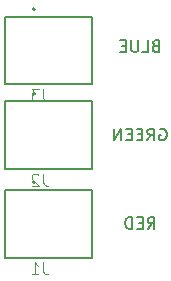
<source format=gbr>
G04 #@! TF.GenerationSoftware,KiCad,Pcbnew,(5.1.5)-3*
G04 #@! TF.CreationDate,2021-02-01T12:28:56+11:00*
G04 #@! TF.ProjectId,LED Array,4c454420-4172-4726-9179-2e6b69636164,rev?*
G04 #@! TF.SameCoordinates,Original*
G04 #@! TF.FileFunction,Legend,Bot*
G04 #@! TF.FilePolarity,Positive*
%FSLAX46Y46*%
G04 Gerber Fmt 4.6, Leading zero omitted, Abs format (unit mm)*
G04 Created by KiCad (PCBNEW (5.1.5)-3) date 2021-02-01 12:28:56*
%MOMM*%
%LPD*%
G04 APERTURE LIST*
%ADD10C,0.150000*%
%ADD11C,0.200000*%
%ADD12C,0.127000*%
%ADD13C,0.015000*%
G04 APERTURE END LIST*
D10*
X170309523Y-86428571D02*
X170166666Y-86476190D01*
X170119047Y-86523809D01*
X170071428Y-86619047D01*
X170071428Y-86761904D01*
X170119047Y-86857142D01*
X170166666Y-86904761D01*
X170261904Y-86952380D01*
X170642857Y-86952380D01*
X170642857Y-85952380D01*
X170309523Y-85952380D01*
X170214285Y-86000000D01*
X170166666Y-86047619D01*
X170119047Y-86142857D01*
X170119047Y-86238095D01*
X170166666Y-86333333D01*
X170214285Y-86380952D01*
X170309523Y-86428571D01*
X170642857Y-86428571D01*
X169166666Y-86952380D02*
X169642857Y-86952380D01*
X169642857Y-85952380D01*
X168833333Y-85952380D02*
X168833333Y-86761904D01*
X168785714Y-86857142D01*
X168738095Y-86904761D01*
X168642857Y-86952380D01*
X168452380Y-86952380D01*
X168357142Y-86904761D01*
X168309523Y-86857142D01*
X168261904Y-86761904D01*
X168261904Y-85952380D01*
X167785714Y-86428571D02*
X167452380Y-86428571D01*
X167309523Y-86952380D02*
X167785714Y-86952380D01*
X167785714Y-85952380D01*
X167309523Y-85952380D01*
X170666666Y-93500000D02*
X170761904Y-93452380D01*
X170904761Y-93452380D01*
X171047619Y-93500000D01*
X171142857Y-93595238D01*
X171190476Y-93690476D01*
X171238095Y-93880952D01*
X171238095Y-94023809D01*
X171190476Y-94214285D01*
X171142857Y-94309523D01*
X171047619Y-94404761D01*
X170904761Y-94452380D01*
X170809523Y-94452380D01*
X170666666Y-94404761D01*
X170619047Y-94357142D01*
X170619047Y-94023809D01*
X170809523Y-94023809D01*
X169619047Y-94452380D02*
X169952380Y-93976190D01*
X170190476Y-94452380D02*
X170190476Y-93452380D01*
X169809523Y-93452380D01*
X169714285Y-93500000D01*
X169666666Y-93547619D01*
X169619047Y-93642857D01*
X169619047Y-93785714D01*
X169666666Y-93880952D01*
X169714285Y-93928571D01*
X169809523Y-93976190D01*
X170190476Y-93976190D01*
X169190476Y-93928571D02*
X168857142Y-93928571D01*
X168714285Y-94452380D02*
X169190476Y-94452380D01*
X169190476Y-93452380D01*
X168714285Y-93452380D01*
X168285714Y-93928571D02*
X167952380Y-93928571D01*
X167809523Y-94452380D02*
X168285714Y-94452380D01*
X168285714Y-93452380D01*
X167809523Y-93452380D01*
X167380952Y-94452380D02*
X167380952Y-93452380D01*
X166809523Y-94452380D01*
X166809523Y-93452380D01*
X169642857Y-101952380D02*
X169976190Y-101476190D01*
X170214285Y-101952380D02*
X170214285Y-100952380D01*
X169833333Y-100952380D01*
X169738095Y-101000000D01*
X169690476Y-101047619D01*
X169642857Y-101142857D01*
X169642857Y-101285714D01*
X169690476Y-101380952D01*
X169738095Y-101428571D01*
X169833333Y-101476190D01*
X170214285Y-101476190D01*
X169214285Y-101428571D02*
X168880952Y-101428571D01*
X168738095Y-101952380D02*
X169214285Y-101952380D01*
X169214285Y-100952380D01*
X168738095Y-100952380D01*
X168309523Y-101952380D02*
X168309523Y-100952380D01*
X168071428Y-100952380D01*
X167928571Y-101000000D01*
X167833333Y-101095238D01*
X167785714Y-101190476D01*
X167738095Y-101380952D01*
X167738095Y-101523809D01*
X167785714Y-101714285D01*
X167833333Y-101809523D01*
X167928571Y-101904761D01*
X168071428Y-101952380D01*
X168309523Y-101952380D01*
D11*
X160100000Y-98000000D02*
G75*
G03X160100000Y-98000000I-100000J0D01*
G01*
D12*
X164950000Y-98625000D02*
X157550000Y-98625000D01*
X164950000Y-104375000D02*
X164950000Y-98625000D01*
X157550000Y-104375000D02*
X164950000Y-104375000D01*
X157550000Y-98625000D02*
X157550000Y-104375000D01*
D11*
X160100000Y-90500000D02*
G75*
G03X160100000Y-90500000I-100000J0D01*
G01*
D12*
X164950000Y-91125000D02*
X157550000Y-91125000D01*
X164950000Y-96875000D02*
X164950000Y-91125000D01*
X157550000Y-96875000D02*
X164950000Y-96875000D01*
X157550000Y-91125000D02*
X157550000Y-96875000D01*
X157550000Y-83967500D02*
X157550000Y-89717500D01*
X157550000Y-89717500D02*
X164950000Y-89717500D01*
X164950000Y-89717500D02*
X164950000Y-83967500D01*
X164950000Y-83967500D02*
X157550000Y-83967500D01*
D11*
X160100000Y-83342500D02*
G75*
G03X160100000Y-83342500I-100000J0D01*
G01*
D13*
X160808333Y-104787380D02*
X160808333Y-105501666D01*
X160855952Y-105644523D01*
X160951190Y-105739761D01*
X161094047Y-105787380D01*
X161189285Y-105787380D01*
X159808333Y-105787380D02*
X160379761Y-105787380D01*
X160094047Y-105787380D02*
X160094047Y-104787380D01*
X160189285Y-104930238D01*
X160284523Y-105025476D01*
X160379761Y-105073095D01*
X160808333Y-97287380D02*
X160808333Y-98001666D01*
X160855952Y-98144523D01*
X160951190Y-98239761D01*
X161094047Y-98287380D01*
X161189285Y-98287380D01*
X160379761Y-97382619D02*
X160332142Y-97335000D01*
X160236904Y-97287380D01*
X159998809Y-97287380D01*
X159903571Y-97335000D01*
X159855952Y-97382619D01*
X159808333Y-97477857D01*
X159808333Y-97573095D01*
X159855952Y-97715952D01*
X160427380Y-98287380D01*
X159808333Y-98287380D01*
X160808333Y-90129880D02*
X160808333Y-90844166D01*
X160855952Y-90987023D01*
X160951190Y-91082261D01*
X161094047Y-91129880D01*
X161189285Y-91129880D01*
X160427380Y-90129880D02*
X159808333Y-90129880D01*
X160141666Y-90510833D01*
X159998809Y-90510833D01*
X159903571Y-90558452D01*
X159855952Y-90606071D01*
X159808333Y-90701309D01*
X159808333Y-90939404D01*
X159855952Y-91034642D01*
X159903571Y-91082261D01*
X159998809Y-91129880D01*
X160284523Y-91129880D01*
X160379761Y-91082261D01*
X160427380Y-91034642D01*
M02*

</source>
